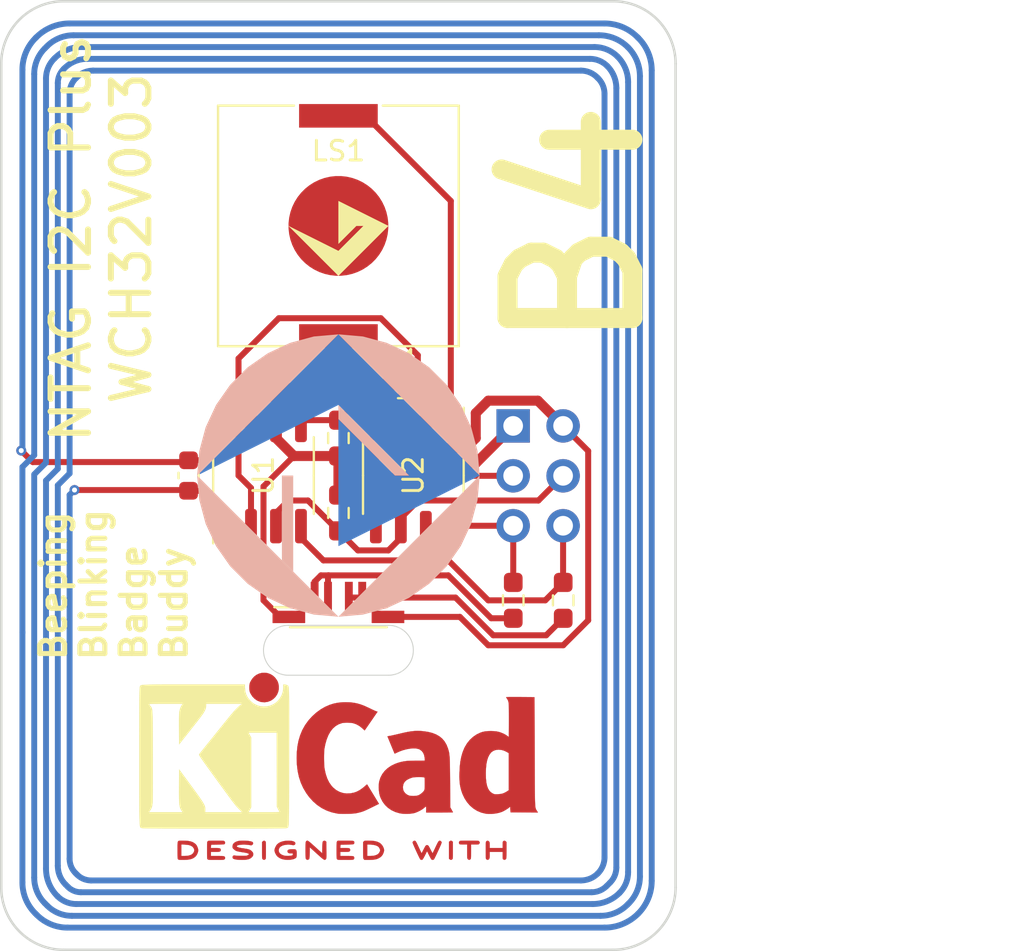
<source format=kicad_pcb>
(kicad_pcb (version 20221018) (generator pcbnew)
  (layers (0 "F.Cu" signal) (31 "B.Cu" signal) (34 "B.Paste" user) (35 "F.Paste" user) (36 "B.SilkS" user "B.Silkscreen") (37 "F.SilkS" user "F.Silkscreen") (38 "B.Mask" user) (39 "F.Mask" user) (44 "Edge.Cuts" user))
  (net 0 "")
  (net 1 "GND")
  (net 2 "/SCL")
  (net 3 "/SDA")
  (net 4 "/ANT")
  (net 5 "VDD")
  (net 7 "Net-(D1-BK)")
  (net 8 "Net-(D1-GA)")
  (net 9 "/SWIO")
  (net 10 "/PZ+")
  (net 11 "/PZ-")
  (net 12 "/FD")
  (footprint "Capacitor_SMD:C_0603_1608Metric_Pad1.08x0.95mm_HandSolder" (layer "F.Cu") (at 162.56 97.155)
    (fp_text reference "C1")
    (fp_text value "1uF")
  )
  (footprint "Capacitor_SMD:C_0603_1608Metric" (layer "F.Cu") (at 151.765 101.6 -90)
    (fp_text reference "C2" hide)
    (fp_text value "DNP")
  )
  (footprint "footprint:gs_logo_200mil" (layer "F.Cu") (at 159.385 88.9 90)
    (fp_text reference "GS1" hide)
    (fp_text value "GS_logo")
  )
  (footprint "Resistor_SMD:R_0603_1608Metric_Pad0.98x0.95mm_HandSolder" (layer "F.Cu") (at 168.275 107.95 90)
    (fp_text reference "R1" hide)
    (fp_text value "1k")
  )
  (footprint "Resistor_SMD:R_0603_1608Metric_Pad0.98x0.95mm_HandSolder" (layer "F.Cu") (at 170.815 107.95 90)
    (fp_text reference "R2" hide)
    (fp_text value "2k")
  )
  (footprint "Buzzer_Beeper:Buzzer_Murata_PKLCS1212E" (layer "F.Cu") (at 159.385 88.9 90)
    (fp_text reference "LS1")
    (fp_text value "Speaker_Crystal")
  )
  (footprint "Package_SO:SOP-8_3.9x4.9mm_P1.27mm" (layer "F.Cu") (at 163.195 101.6 -90)
    (fp_text reference "U2")
    (fp_text value "CH32V003F4P6")
  )
  (footprint "custom:KiCad-Logo_8mm" (layer "F.Cu") (at 159.385 115.57)
    (fp_text reference "REF**" hide)
    (fp_text value "KiCad-Logo_8mm" hide)
  )
  (footprint "Connector_PinHeader_2.54mm:PinHeader_2x03_P2.54mm_Vertical" (layer "F.Cu") (at 168.27 99.075)
    (fp_text reference "J1" hide)
    (fp_text value "Conn_02x03_Odd_Even")
  )
  (footprint "Resistor_SMD:R_0603_1608Metric_Pad0.98x0.95mm_HandSolder" (layer "F.Cu") (at 159.385 103.505 -90)
    (fp_text reference "R4" hide)
    (fp_text value "10k")
  )
  (footprint "Package_SO:SO-8_3.9x4.9mm_P1.27mm" (layer "F.Cu") (at 155.575 101.6 90)
    (fp_text reference "U1")
    (fp_text value "NT3H2211")
  )
  (footprint "Resistor_SMD:R_0603_1608Metric_Pad0.98x0.95mm_HandSolder" (layer "F.Cu") (at 159.385 99.695 -90)
    (fp_text reference "R5" hide)
    (fp_text value "10k")
  )
  (footprint "custom:LED_Cree-PLCC6_4.7x1.5mm_extended pads" (layer "F.Cu") (at 159.385 108.458)
    (fp_text reference "D1" hide)
    (fp_text value "LED_RGB")
  )
  (gr_poly (pts (xy 159.385 105.192) (xy 159.385 98.726) (xy 162.259 101.6) (xy 162.977 101.6) (xy 159.385 98.008) (xy 152.201 101.6) (xy 159.385 94.416) (xy 166.569 101.6)) (fill solid) (layer "B.Cu"))
  (gr_poly (pts (xy 158.13751 108.67486) (xy 156.92793 108.35075) (xy 155.793 107.82153) (xy 154.76721 107.10326) (xy 153.88174 106.21779) (xy 153.16347 105.192) (xy 152.63425 104.05707) (xy 152.31014 102.84749) (xy 152.201 101.6) (xy 159.385 108.784)) (fill solid) (layer "B.SilkS"))
  (gr_poly (pts (xy 166.45986 102.84749) (xy 166.13575 104.05707) (xy 165.60653 105.192) (xy 164.88826 106.21779) (xy 164.00279 107.10326) (xy 162.977 107.82153) (xy 161.84207 108.35075) (xy 160.63249 108.67486) (xy 159.385 108.784) (xy 166.569 101.6)) (fill solid) (layer "B.SilkS"))
  (gr_poly (pts (xy 159.385 94.416) (xy 160.63249 94.52514) (xy 161.84207 94.84925) (xy 162.977 95.37847) (xy 164.00279 96.09674) (xy 164.88826 96.98221) (xy 165.60653 98.008) (xy 166.13575 99.14293) (xy 166.45986 100.35251) (xy 166.569 101.6)) (fill solid) (layer "B.SilkS"))
  (gr_poly (pts (xy 152.201 101.6) (xy 152.31014 100.35251) (xy 152.63425 99.14293) (xy 153.16347 98.008) (xy 153.88174 96.98221) (xy 154.76721 96.09674) (xy 155.793 95.37847) (xy 156.92793 94.84925) (xy 158.13751 94.52514) (xy 159.385 94.416)) (fill solid) (layer "B.SilkS"))
  (gr_poly (pts (xy 156.511 105.911) (xy 156.511 101.6) (xy 157.086 101.6) (xy 157.086 106.485)) (fill solid) (layer "B.SilkS"))
  (gr_poly (pts (xy 162.259 101.6) (xy 159.385 98.726) (xy 159.385 98.008) (xy 162.977 101.6)) (fill solid) (layer "B.SilkS"))
  (gr_arc (start 142.24 80.645) (mid 143.169936 78.399936) (end 145.415 77.47) (stroke (width 0.127)) (layer "Edge.Cuts"))
  (gr_arc (start 145.415 125.73) (mid 143.169936 124.800064) (end 142.24 122.555) (stroke (width 0.127)) (layer "Edge.Cuts"))
  (gr_arc (start 173.355 77.47) (mid 175.600064 78.399936) (end 176.53 80.645) (stroke (width 0.127)) (layer "Edge.Cuts"))
  (gr_line (start 176.53 80.645) (end 176.53 122.555) (stroke (width 0.127)) (layer "Edge.Cuts"))
  (gr_arc (start 176.53 122.555) (mid 175.600064 124.800064) (end 173.355 125.73) (stroke (width 0.127)) (layer "Edge.Cuts"))
  (gr_line (start 161.925 109.22) (end 156.845 109.22) (stroke (width 0.05)) (layer "Edge.Cuts"))
  (gr_arc (start 156.845 111.76) (mid 155.575 110.49) (end 156.845 109.22) (stroke (width 0.05)) (layer "Edge.Cuts"))
  (gr_line (start 156.845 111.76) (end 161.925 111.76) (stroke (width 0.05)) (layer "Edge.Cuts"))
  (gr_line (start 145.415 77.47) (end 173.355 77.47) (stroke (width 0.127)) (layer "Edge.Cuts"))
  (gr_line (start 142.24 122.555) (end 142.24 80.645) (stroke (width 0.127)) (layer "Edge.Cuts"))
  (gr_arc (start 161.925 109.22) (mid 163.195 110.49) (end 161.925 111.76) (stroke (width 0.05)) (layer "Edge.Cuts"))
  (gr_line (start 173.355 125.73) (end 145.415 125.73) (stroke (width 0.127)) (layer "Edge.Cuts"))
  (gr_text "Beeping\nBlinking\nBadge\nBuddy\n" (at 147.955 111.125 90) (layer "F.SilkS") (effects (font (size 1.27 1.27) (thickness 0.254) bold) (justify left)))
  (gr_text "B4" (at 171.45 88.9 90) (layer "F.SilkS") (effects (font (size 6.35 6.35) (thickness 1.016))))
  (gr_text "NTAG I2C Plus\nWCH32V003" (at 147.32 89.535 90) (layer "F.SilkS") (effects (font (size 1.905 1.905) (thickness 0.3048))))
  (segment (start 170.815 110.236) (end 172.085 108.966) (width 0.3048) (layer "F.Cu") (net 1))
  (segment (start 163.83 99.695) (end 164.3414 100.2064) (width 0.508) (layer "F.Cu") (net 1))
  (segment (start 154.305 101.346) (end 154.305 95.646445) (width 0.3048) (layer "F.Cu") (net 1))
  (segment (start 154.94 104.175) (end 154.94 102.235) (width 0.3048) (layer "F.Cu") (net 1))
  (segment (start 169.525 97.79) (end 170.81 99.075) (width 0.508) (layer "F.Cu") (net 1))
  (segment (start 156.356245 93.5952) (end 161.5402 93.5952) (width 0.3048) (layer "F.Cu") (net 1))
  (segment (start 161.905 108.793) (end 165.562 108.793) (width 0.3048) (layer "F.Cu") (net 1))
  (segment (start 167.005 97.79) (end 169.525 97.79) (width 0.508) (layer "F.Cu") (net 1))
  (segment (start 163.83 97.5625) (end 163.4225 97.155) (width 0.508) (layer "F.Cu") (net 1))
  (segment (start 164.3414 100.2064) (end 165.8586 100.2064) (width 0.508) (layer "F.Cu") (net 1))
  (segment (start 154.305 95.646445) (end 156.356245 93.5952) (width 0.3048) (layer "F.Cu") (net 1))
  (segment (start 165.562 108.793) (end 167.005 110.236) (width 0.3048) (layer "F.Cu") (net 1))
  (segment (start 163.4225 95.4775) (end 163.4225 97.155) (width 0.3048) (layer "F.Cu") (net 1))
  (segment (start 166.37 98.425) (end 167.005 97.79) (width 0.508) (layer "F.Cu") (net 1))
  (segment (start 172.085 108.966) (end 172.085 100.35) (width 0.3048) (layer "F.Cu") (net 1))
  (segment (start 161.5402 93.5952) (end 163.4225 95.4775) (width 0.3048) (layer "F.Cu") (net 1))
  (segment (start 154.94 102.235) (end 154.305 101.6) (width 0.3048) (layer "F.Cu") (net 1))
  (segment (start 167.005 110.236) (end 170.815 110.236) (width 0.3048) (layer "F.Cu") (net 1))
  (segment (start 154.305 101.6) (end 154.305 101.346) (width 0.3048) (layer "F.Cu") (net 1))
  (segment (start 163.83 98.975) (end 163.83 97.5625) (width 0.508) (layer "F.Cu") (net 1))
  (segment (start 166.37 99.695) (end 166.37 98.425) (width 0.508) (layer "F.Cu") (net 1))
  (segment (start 163.83 98.975) (end 163.83 99.695) (width 0.508) (layer "F.Cu") (net 1))
  (segment (start 172.085 100.35) (end 170.81 99.075) (width 0.3048) (layer "F.Cu") (net 1))
  (segment (start 165.8586 100.2064) (end 166.37 99.695) (width 0.508) (layer "F.Cu") (net 1))
  (segment (start 162.56 103.759) (end 163.449 102.87) (width 0.3048) (layer "F.Cu") (net 2))
  (segment (start 162.56 104.225) (end 162.56 104.775) (width 0.3048) (layer "F.Cu") (net 2))
  (segment (start 160.3775 105.41) (end 159.385 104.4175) (width 0.3048) (layer "F.Cu") (net 2))
  (segment (start 156.845 102.87) (end 157.8375 102.87) (width 0.3048) (layer "F.Cu") (net 2))
  (segment (start 157.8375 102.87) (end 159.385 104.4175) (width 0.3048) (layer "F.Cu") (net 2))
  (segment (start 156.21 103.505) (end 156.845 102.87) (width 0.3048) (layer "F.Cu") (net 2))
  (segment (start 162.56 104.225) (end 162.56 103.759) (width 0.3048) (layer "F.Cu") (net 2))
  (segment (start 169.555 102.87) (end 170.81 101.615) (width 0.3048) (layer "F.Cu") (net 2))
  (segment (start 163.449 102.87) (end 169.555 102.87) (width 0.3048) (layer "F.Cu") (net 2))
  (segment (start 156.21 104.175) (end 156.21 103.505) (width 0.3048) (layer "F.Cu") (net 2))
  (segment (start 162.56 104.775) (end 161.925 105.41) (width 0.3048) (layer "F.Cu") (net 2))
  (segment (start 161.925 105.41) (end 160.3775 105.41) (width 0.3048) (layer "F.Cu") (net 2))
  (segment (start 159.512 98.933) (end 161.29 100.711) (width 0.3048) (layer "F.Cu") (net 3))
  (segment (start 161.29 100.711) (end 161.29 101.6) (width 0.3048) (layer "F.Cu") (net 3))
  (segment (start 168.27 101.615) (end 161.305 101.615) (width 0.3048) (layer "F.Cu") (net 3))
  (segment (start 161.305 101.615) (end 161.29 101.6) (width 0.3048) (layer "F.Cu") (net 3))
  (segment (start 157.7225 98.7825) (end 157.48 99.025) (width 0.3048) (layer "F.Cu") (net 3))
  (segment (start 161.29 102.235) (end 161.29 101.6) (width 0.3048) (layer "F.Cu") (net 3))
  (segment (start 161.29 104.225) (end 161.29 102.87) (width 0.3048) (layer "F.Cu") (net 3))
  (segment (start 159.385 98.7825) (end 159.385 98.933) (width 0.3048) (layer "F.Cu") (net 3))
  (segment (start 159.385 98.7825) (end 157.7225 98.7825) (width 0.3048) (layer "F.Cu") (net 3))
  (segment (start 161.29 102.87) (end 161.29 102.235) (width 0.3048) (layer "F.Cu") (net 3))
  (segment (start 143.256 100.33) (end 143.8402 100.9142) (width 0.3048) (layer "F.Cu") (net 4))
  (segment (start 153.67 99.025) (end 153.67 99.695) (width 0.3048) (layer "F.Cu") (net 4))
  (segment (start 153.67 104.175) (end 153.67 103.505) (width 0.3048) (layer "F.Cu") (net 4))
  (segment (start 153.67 103.505) (end 152.54 102.375) (width 0.3048) (layer "F.Cu") (net 4))
  (segment (start 152.54 100.825) (end 151.765 100.825) (width 0.3048) (layer "F.Cu") (net 4))
  (segment (start 143.8402 100.9142) (end 151.8028 100.9142) (width 0.3048) (layer "F.Cu") (net 4))
  (segment (start 145.9655 102.3366) (end 151.8536 102.3366) (width 0.3) (layer "F.Cu") (net 4))
  (segment (start 151.6758 100.9142) (end 151.765 100.825) (width 0.3048) (layer "F.Cu") (net 4))
  (segment (start 153.67 99.695) (end 152.54 100.825) (width 0.3048) (layer "F.Cu") (net 4))
  (segment (start 152.54 102.375) (end 151.765 102.375) (width 0.3048) (layer "F.Cu") (net 4))
  (segment (start 151.7266 102.3366) (end 151.765 102.375) (width 0.3) (layer "F.Cu") (net 4))
  (via (at 145.9655 102.3366) (size 0.508) (drill 0.254) (layers "F.Cu" "B.Cu") (net 4))
  (via (at 143.256 100.33) (size 0.508) (drill 0.254) (layers "F.Cu" "B.Cu") (net 4))
  (segment (start 145.7163 101.4936) (end 145.7163 82.15505) (width 0.3) (layer "B.Cu") (net 4))
  (segment (start 143.3163 109.6) (end 143.3163 101.1668) (width 0.3) (layer "B.Cu") (net 4))
  (segment (start 145.9655 102.3366) (end 145.7163 102.5858) (width 0.3) (layer "B.Cu") (net 4))
  (segment (start 143.9163 122.052) (end 143.9163 101.6) (width 0.3) (layer "B.Cu") (net 4))
  (segment (start 172.2583 122.8) (end 146.289661 122.8) (width 0.3) (layer "B.Cu") (net 4))
  (segment (start 145.095102 122.997352) (end 145.10325 123.0055) (width 0.3) (layer "B.Cu") (net 4))
  (segment (start 174.15122 123.36421) (end 174.0805 123.43493) (width 0.3) (layer "B.Cu") (net 4))
  (segment (start 143.256 100.2963) (end 143.3163 100.236) (width 0.3048) (layer "B.Cu") (net 4))
  (segment (start 144.45738 79.86879) (end 144.567463 79.758706) (width 0.3) (layer "B.Cu") (net 4))
  (segment (start 144.5163 100.941) (end 144.5163 81.399055) (width 0.3) (layer "B.Cu") (net 4))
  (segment (start 145.41064 80.92246) (end 145.450004 80.883095) (width 0.3) (layer "B.Cu") (net 4))
  (segment (start 172.538989 81.340769) (end 172.58669 81.38847) (width 0.3) (layer "B.Cu") (net 4))
  (segment (start 144.5163 121.6) (end 144.5163 101.8554) (width 0.3) (layer "B.Cu") (net 4))
  (segment (start 146.6163 80.4) (end 172.170832 80.4) (width 0.3) (layer "B.Cu") (net 4))
  (segment (start 172.916294 124.6) (end 145.611655 124.6) (width 0.3) (layer "B.Cu") (net 4))
  (segment (start 144.9318 80.39595) (end 144.970161 80.357589) (width 0.3) (layer "B.Cu") (net 4))
  (segment (start 145.513128 122.410029) (end 145.62976 122.52666) (width 0.3) (layer "B.Cu") (net 4))
  (segment (start 146.3163 79.8) (end 172.404836 79.8) (width 0.3) (layer "B.Cu") (net 4))
  (segment (start 175.3163 80.984236) (end 175.3163 122.220005) (width 0.3) (layer "B.Cu") (net 4))
  (segment (start 145.7163 78.6) (end 172.9163 78.6) (width 0.3) (layer "B.Cu") (net 4))
  (segment (start 172.7163 124) (end 145.831674 124) (width 0.3) (layer "B.Cu") (net 4))
  (segment (start 145.9163 79.2) (end 172.628819 79.2) (width 0.3) (layer "B.Cu") (net 4))
  (segment (start 143.9163 100.5668) (end 143.9163 81.175072) (width 0.3) (layer "B.Cu") (net 4))
  (segment (start 143.256 100.33) (end 143.256 100.2963) (width 0.3048) (layer "B.Cu") (net 4))
  (segment (start 143.3163 122.3) (end 143.3163 109.56) (width 0.3) (layer "B.Cu") (net 4))
  (segment (start 174.587507 79.292236) (end 174.63521 79.33994) (width 0.3) (layer "B.Cu") (net 4))
  (segment (start 172.9163 82.184218) (end 172.9163 121.020009) (width 0.3) (layer "B.Cu") (net 4))
  (segment (start 144.5163 101.8554) (end 145.1163 101.2554) (width 0.3) (layer "B.Cu") (net 4))
  (segment (start 173.19796 122.31054) (end 173.02684 122.481661) (width 0.3) (layer "B.Cu") (net 4))
  (segment (start 145.1163 102.0936) (end 145.7163 101.4936) (width 0.3) (layer "B.Cu") (net 4))
  (segment (start 146.03377 81.38861) (end 146.073126 81.349254) (width 0.3) (layer "B.Cu") (net 4))
  (segment (start 143.3163 100.236) (end 143.3163 80.955054) (width 0.3) (layer "B.Cu") (net 4))
  (segment (start 145.1163 121.452) (end 145.1163 102.0936) (width 0.3) (layer "B.Cu") (net 4))
  (segment (start 146.016057 121.823676) (end 146.09591 121.90353) (width 0.3) (layer "B.Cu") (net 4))
  (segment (start 143.98524 79.34009) (end 144.024609 79.300722) (width 0.3) (layer "B.Cu") (net 4))
  (segment (start 143.967524 123.872194) (end 144.04739 123.95206) (width 0.3) (layer "B.Cu") (net 4))
  (segment (start 143.3163 101.1668) (end 143.9163 100.5668) (width 0.3) (layer "B.Cu") (net 4))
  (segment (start 145.1163 101.2554) (end 145.1163 81.633059) (width 0.3) (layer "B.Cu") (net 4))
  (segment (start 172.317719 123.4) (end 146.055657 123.4) (width 0.3) (layer "B.Cu") (net 4))
  (segment (start 174.1163 81.582811) (end 174.1163 121.776004) (width 0.3) (layer "B.Cu") (net 4))
  (segment (start 146.9163 81) (end 171.7163 81) (width 0.3) (layer "B.Cu") (net 4))
  (segment (start 145.7163 102.5858) (end 145.7163 121.1) (width 0.3) (layer "B.Cu") (net 4))
  (segment (start 174.7163 81.284243) (end 174.7163 121.999987) (width 0.3) (layer "B.Cu") (net 4))
  (segment (start 144.45945 123.36328) (end 144.57609 123.47992) (width 0.3) (layer "B.Cu") (net 4))
  (segment (start 173.5163 81.884231) (end 173.5163 121.542) (width 0.3) (layer "B.Cu") (net 4))
  (segment (start 171.716312 122.2) (end 146.811651 122.2) (width 0.3) (layer "B.Cu") (net 4))
  (segment (start 143.9163 101.541) (end 144.5163 100.941) (width 0.3) (layer "B.Cu") (net 4))
  (arc (start 146.073126 81.349254) (mid 146.459978 81.090768) (end 146.9163 81) (width 0.3) (layer "B.Cu") (net 4))
  (arc (start 172.58669 81.38847) (mid 172.830638 81.753562) (end 172.9163 82.184218) (width 0.3) (layer "B.Cu") (net 4))
  (arc (start 145.450004 80.883095) (mid 145.985105 80.525552) (end 146.6163 80.4) (width 0.3) (layer "B.Cu") (net 4))
  (arc (start 144.5163 121.6) (mid 144.666726 122.356241) (end 145.095102 122.997352) (width 0.3) (layer "B.Cu") (net 4))
  (arc (start 146.811651 122.2) (mid 146.424295 122.12295) (end 146.09591 121.90353) (width 0.3) (layer "B.Cu") (net 4))
  (arc (start 173.02684 122.481661) (mid 172.674231 122.717266) (end 172.2583 122.8) (width 0.3) (layer "B.Cu") (net 4))
  (arc (start 146.289661 122.8) (mid 145.932526 122.728961) (end 145.62976 122.52666) (width 0.3) (layer "B.Cu") (net 4))
  (arc (start 174.0805 123.43493) (mid 173.4546 123.853143) (end 172.7163 124) (width 0.3) (layer "B.Cu") (net 4))
  (arc (start 143.9163 122.052) (mid 144.05746 122.76166) (end 144.45945 123.36328) (width 0.3) (layer "B.Cu") (net 4))
  (arc (start 172.9163 78.6) (mid 173.82075 78.779906) (end 174.587507 79.292236) (width 0.3) (layer "B.Cu") (net 4))
  (arc (start 145.7163 121.1) (mid 145.794204 121.491651) (end 146.016057 121.823676) (width 0.3) (layer "B.Cu") (net 4))
  (arc (start 172.404836 79.8) (mid 173.040478 79.926437) (end 173.57935 80.2865) (width 0.3) (layer "B.Cu") (net 4))
  (arc (start 173.57935 80.2865) (mid 173.976751 80.881252) (end 174.1163 81.582811) (width 0.3) (layer "B.Cu") (net 4))
  (arc (start 172.57483 121.84439) (mid 172.180938 122.10758) (end 171.716312 122.2) (width 0.3) (layer "B.Cu") (net 4))
  (arc (start 145.1163 81.633059) (mid 145.192796 81.248486) (end 145.41064 80.92246) (width 0.3) (layer "B.Cu") (net 4))
  (arc (start 173.6768 122.83705) (mid 173.053248 123.253695) (end 172.317719 123.4) (width 0.3) (layer "B.Cu") (net 4))
  (arc (start 172.9163 121.020009) (mid 172.827555 121.46616) (end 172.57483 121.84439) (width 0.3) (layer "B.Cu") (net 4))
  (arc (start 143.3163 122.3) (mid 143.485548 123.150865) (end 143.967524 123.872194) (width 0.3) (layer "B.Cu") (net 4))
  (arc (start 144.567463 79.758706) (mid 145.186315 79.345203) (end 145.9163 79.2) (width 0.3) (layer "B.Cu") (net 4))
  (arc (start 143.3163 80.955054) (mid 143.490152 80.081042) (end 143.98524 79.34009) (width 0.3) (layer "B.Cu") (net 4))
  (arc (start 146.055657 123.4) (mid 145.540219 123.297473) (end 145.10325 123.0055) (width 0.3) (layer "B.Cu") (net 4))
  (arc (start 174.10651 79.81208) (mid 174.557821 80.487515) (end 174.7163 81.284243) (width 0.3) (layer "B.Cu") (net 4))
  (arc (start 145.611655 124.6) (mid 144.765081 124.431606) (end 144.04739 123.95206) (width 0.3) (layer "B.Cu") (net 4))
  (arc (start 174.62336 123.89291) (mid 173.840152 124.416233) (end 172.916294 124.6) (width 0.3) (layer "B.Cu") (net 4))
  (arc (start 174.63521 79.33994) (mid 175.139291 80.09435) (end 175.3163 80.984236) (width 0.3) (layer "B.Cu") (net 4))
  (arc (start 175.3163 122.220005) (mid 175.136211 123.125374) (end 174.62336 123.89291) (width 0.3) (layer "B.Cu") (net 4))
  (arc (start 145.1163 121.452) (mid 145.219432 121.970481) (end 145.513128 122.410029) (width 0.3) (layer "B.Cu") (net 4))
  (arc (start 173.5163 121.542) (mid 173.433566 121.957931) (end 173.19796 122.31054) (width 0.3) (layer "B.Cu") (net 4))
  (arc (start 173.05284 80.76534) (mid 173.395851 81.278692) (end 173.5163 81.884231) (width 0.3) (layer "B.Cu") (net 4))
  (arc (start 143.9163 81.175072) (mid 144.056922 80.468118) (end 144.45738 79.86879) (width 0.3) (layer "B.Cu") (net 4))
  (arc (start 144.5163 81.399055) (mid 144.624285 80.856179) (end 144.9318 80.39595) (width 0.3) (layer "B.Cu") (net 4))
  (arc (start 174.7163 121.999987) (mid 174.569441 122.738299) (end 174.15122 123.36421) (width 0.3) (layer "B.Cu") (net 4))
  (arc (start 144.970161 80.357589) (mid 145.587775 79.944913) (end 146.3163 79.8) (width 0.3) (layer "B.Cu") (net 4))
  (arc (start 144.024609 79.300722) (mid 144.800763 78.782112) (end 145.7163 78.6) (width 0.3) (layer "B.Cu") (net 4))
  (arc (start 145.7163 82.15505) (mid 145.798808 81.740256) (end 146.03377 81.38861) (width 0.3) (layer "B.Cu") (net 4))
  (arc (start 171.7163 81) (mid 172.161536 81.088563) (end 172.538989 81.340769) (width 0.3) (layer "B.Cu") (net 4))
  (arc (start 172.170832 80.4) (mid 172.648171 80.494949) (end 173.05284 80.76534) (width 0.3) (layer "B.Cu") (net 4))
  (arc (start 172.628819 79.2) (mid 173.428539 79.359075) (end 174.10651 79.81208) (width 0.3) (layer "B.Cu") (net 4))
  (arc (start 145.831674 124) (mid 145.152157 123.864836) (end 144.57609 123.47992) (width 0.3) (layer "B.Cu") (net 4))
  (arc (start 174.1163 121.776004) (mid 174.002078 122.350238) (end 173.6768 122.83705) (width 0.3) (layer "B.Cu") (net 4))
  (segment (start 156.418 108.793) (end 155.575 107.95) (width 0.3048) (layer "F.Cu") (net 5))
  (segment (start 155.575 107.95) (end 155.575 102.155) (width 0.3048) (layer "F.Cu") (net 5))
  (segment (start 154.94 97.79) (end 155.575 97.155) (width 0.508) (layer "F.Cu") (net 5))
  (segment (start 166.38 100.965) (end 168.27 99.075) (width 0.508) (layer "F.Cu") (net 5))
  (segment (start 161.29 98.975) (end 161.29 97.5625) (width 0.508) (layer "F.Cu") (net 5))
  (segment (start 159.385 100.57) (end 159.385 102.5925) (width 0.508) (layer "F.Cu") (net 5))
  (segment (start 156.21 99.025) (end 156.21 97.155) (width 0.508) (layer "F.Cu") (net 5))
  (segment (start 162.814 100.965) (end 166.38 100.965) (width 0.508) (layer "F.Cu") (net 5))
  (segment (start 159.512 97.155) (end 161.417 97.155) (width 0.508) (layer "F.Cu") (net 5))
  (segment (start 159.385 97.155) (end 161.6975 97.155) (width 0.508) (layer "F.Cu") (net 5))
  (segment (start 156.21 99.025) (end 156.21 99.695) (width 0.508) (layer "F.Cu") (net 5))
  (segment (start 161.29 99.441) (end 162.814 100.965) (width 0.508) (layer "F.Cu") (net 5))
  (segment (start 157.1225 100.6075) (end 159.385 100.6075) (width 0.508) (layer "F.Cu") (net 5))
  (segment (start 155.575 102.155) (end 157.1225 100.6075) (width 0.3048) (layer "F.Cu") (net 5))
  (segment (start 154.94 99.025) (end 154.94 97.79) (width 0.508) (layer "F.Cu") (net 5))
  (segment (start 161.29 97.5625) (end 161.6975 97.155) (width 0.508) (layer "F.Cu") (net 5))
  (segment (start 156.21 99.695) (end 157.1225 100.6075) (width 0.508) (layer "F.Cu") (net 5))
  (segment (start 161.29 98.975) (end 161.29 99.441) (width 0.508) (layer "F.Cu") (net 5))
  (segment (start 156.21 97.155) (end 159.385 97.155) (width 0.508) (layer "F.Cu") (net 5))
  (segment (start 156.865 108.793) (end 156.418 108.793) (width 0.3048) (layer "F.Cu") (net 5))
  (segment (start 155.575 97.155) (end 156.21 97.155) (width 0.508) (layer "F.Cu") (net 5))
  (segment (start 158.877 106.68) (end 164.973 106.68) (width 0.3048) (layer "F.Cu") (net 7))
  (segment (start 164.973 106.68) (end 167.1555 108.8625) (width 0.3048) (layer "F.Cu") (net 7))
  (segment (start 158.496 106.68) (end 158.877 106.68) (width 0.3048) (layer "F.Cu") (net 7))
  (segment (start 158.175 107.808) (end 158.175 107.001) (width 0.3048) (layer "F.Cu") (net 7))
  (segment (start 158.175 107.001) (end 158.496 106.68) (width 0.3048) (layer "F.Cu") (net 7))
  (segment (start 158.855 107.808) (end 158.855 106.702) (width 0.3048) (layer "F.Cu") (net 7))
  (segment (start 158.855 106.702) (end 158.877 106.68) (width 0.3048) (layer "F.Cu") (net 7))
  (segment (start 167.1555 108.8625) (end 168.275 108.8625) (width 0.3048) (layer "F.Cu") (net 7))
  (segment (start 167.259 109.728) (end 169.9495 109.728) (width 0.3048) (layer "F.Cu") (net 8))
  (segment (start 169.9495 109.728) (end 170.815 108.8625) (width 0.3048) (layer "F.Cu") (net 8))
  (segment (start 159.915 107.808) (end 165.339 107.808) (width 0.3048) (layer "F.Cu") (net 8))
  (segment (start 165.339 107.808) (end 167.259 109.728) (width 0.3048) (layer "F.Cu") (net 8))
  (segment (start 168.275 107.0375) (end 168.275 104.16) (width 0.3048) (layer "F.Cu") (net 9))
  (segment (start 168.275 104.16) (end 168.27 104.155) (width 0.3048) (layer "F.Cu") (net 9))
  (segment (start 165.17 104.155) (end 165.1 104.225) (width 0.3048) (layer "F.Cu") (net 9))
  (segment (start 168.27 104.155) (end 165.17 104.155) (width 0.3048) (layer "F.Cu") (net 9))
  (segment (start 165.1 87.63) (end 165.1 98.975) (width 0.3048) (layer "F.Cu") (net 10))
  (segment (start 159.385 83.3) (end 160.77 83.3) (width 0.3048) (layer "F.Cu") (net 10))
  (segment (start 160.77 83.3) (end 165.1 87.63) (width 0.3048) (layer "F.Cu") (net 10))
  (segment (start 162.56 98.975) (end 162.56 96.266) (width 0.3048) (layer "F.Cu") (net 11))
  (segment (start 160.794 94.5) (end 159.385 94.5) (width 0.3048) (layer "F.Cu") (net 11))
  (segment (start 162.56 96.266) (end 160.794 94.5) (width 0.3048) (layer "F.Cu") (net 11))
  (segment (start 170.81 104.155) (end 170.81 107.0325) (width 0.3048) (layer "F.Cu") (net 12))
  (segment (start 170.81 107.0325) (end 170.815 107.0375) (width 0.3048) (layer "F.Cu") (net 12))
  (segment (start 169.9025 107.95) (end 167.005 107.95) (width 0.3048) (layer "F.Cu") (net 12))
  (segment (start 158.623 105.918) (end 162.433 105.918) (width 0.3048) (layer "F.Cu") (net 12))
  (segment (start 157.48 104.175) (end 157.48 104.775) (width 0.3048) (layer "F.Cu") (net 12))
  (segment (start 158.369 105.664) (end 158.623 105.918) (width 0.3048) (layer "F.Cu") (net 12))
  (segment (start 163.195 105.41) (end 163.83 104.775) (width 0.3048) (layer "F.Cu") (net 12))
  (segment (start 163.83 104.775) (end 163.83 104.225) (width 0.3048) (layer "F.Cu") (net 12))
  (segment (start 167.005 107.95) (end 163.83 104.775) (width 0.3048) (layer "F.Cu") (net 12))
  (segment (start 157.48 104.775) (end 158.369 105.664) (width 0.3048) (layer "F.Cu") (net 12))
  (segment (start 170.815 107.0375) (end 169.9025 107.95) (width 0.3048) (layer "F.Cu") (net 12))
  (segment (start 162.433 105.918) (end 162.687 105.918) (width 0.3048) (layer "F.Cu") (net 12))
  (segment (start 162.687 105.918) (end 163.195 105.41) (width 0.3048) (layer "F.Cu") (net 12))
)
</source>
